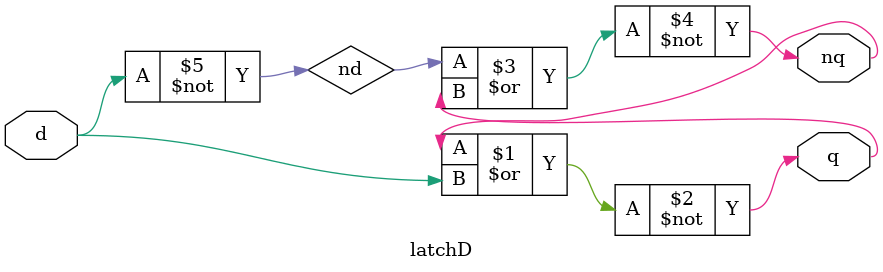
<source format=v>
/* * * * * * * * * * * * * * * * * * * * * * * * * * * * * * * * * * * * * * * 
 * Module: Latch D                                                           * 
 * Verilog style: Structural                                                 * 
 * Reset: N/A                                                                * 
 * Author: Ricardo Menotti <menotti AT ufscar DOT br>                        * 
 * * * * * * * * * * * * * * * * * * * * * * * * * * * * * * * * * * * * * * */

module latchD(
    input d, 
    output q, nq);
    
    not (nd, d);
    nor (q, nq, d);
    nor (nq, nd, q);
endmodule
</source>
